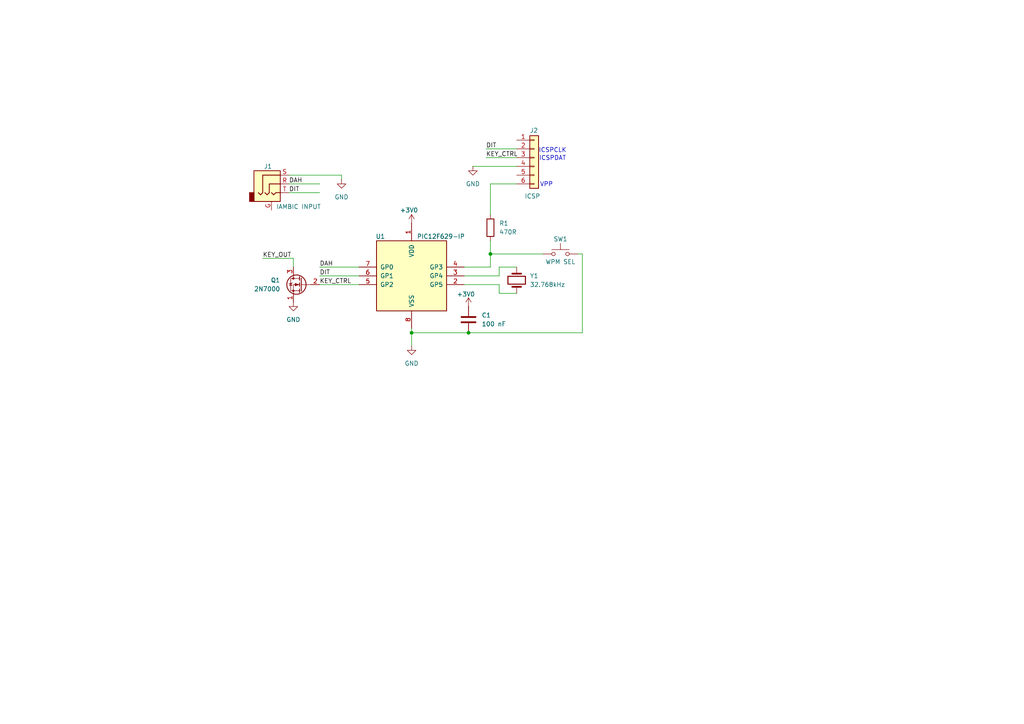
<source format=kicad_sch>
(kicad_sch (version 20231120) (generator "eeschema") (generator_version "8.0")
  (paper "A4")
  (lib_symbols
    (symbol "Connector_Audio:AudioJack3_Ground"
      (property "Reference" "J" (at 0 8.89 0))
      (property "Value" "AudioJack3_Ground" (at 0 6.35 0))
      (symbol "AudioJack3_Ground_0_1"
        (rectangle (start -5.08 -2.54) (end -6.35 -5.08) (stroke (width 0.254)) (fill (type outline)))
        (polyline (pts (xy 0 -2.54) (xy 0.635 -3.175) (xy 1.27 -2.54) (xy 2.54 -2.54)) (stroke (width 0.254)))
        (polyline (pts (xy -1.905 -2.54) (xy -1.27 -3.175) (xy -0.635 -2.54) (xy -0.635 0) (xy 2.54 0)) (stroke (width 0.254)))
        (polyline (pts (xy 2.54 2.54) (xy -2.54 2.54) (xy -2.54 -2.54) (xy -3.175 -3.175) (xy -3.81 -2.54)) (stroke (width 0.254)))
        (rectangle (start 2.54 3.81) (end -5.08 -5.08) (stroke (width 0.254)) (fill (type background)))
      )
      (symbol "AudioJack3_Ground_1_1"
        (pin passive line (at 0 -7.62 90) (length 2.54) (name "~") (number "G"))
        (pin passive line (at 5.08 0 180) (length 2.54) (name "~") (number "R"))
        (pin passive line (at 5.08 2.54 180) (length 2.54) (name "~") (number "S"))
        (pin passive line (at 5.08 -2.54 180) (length 2.54) (name "~") (number "T"))
      )
    )
    (symbol "Connector_Generic:Conn_01x06" (pin_names (offset 1.016) hide)
      (property "Reference" "J" (at 0 7.62 0))
      (property "Value" "Conn_01x06" (at 0 -10.16 0))
      (symbol "Conn_01x06_1_1"
        (rectangle (start -1.27 -7.493) (end 0 -7.747) (stroke (width 0.1524)))
        (rectangle (start -1.27 -4.953) (end 0 -5.207) (stroke (width 0.1524)))
        (rectangle (start -1.27 -2.413) (end 0 -2.667) (stroke (width 0.1524)))
        (rectangle (start -1.27 0.127) (end 0 -0.127) (stroke (width 0.1524)))
        (rectangle (start -1.27 2.667) (end 0 2.413) (stroke (width 0.1524)))
        (rectangle (start -1.27 5.207) (end 0 4.953) (stroke (width 0.1524)))
        (rectangle (start -1.27 6.35) (end 1.27 -8.89) (stroke (width 0.254)) (fill (type background)))
        (pin passive line (at -5.08 5.08 0) (length 3.81) (name "Pin_1") (number "1"))
        (pin passive line (at -5.08 2.54 0) (length 3.81) (name "Pin_2") (number "2"))
        (pin passive line (at -5.08 0 0) (length 3.81) (name "Pin_3") (number "3"))
        (pin passive line (at -5.08 -2.54 0) (length 3.81) (name "Pin_4") (number "4"))
        (pin passive line (at -5.08 -5.08 0) (length 3.81) (name "Pin_5") (number "5"))
        (pin passive line (at -5.08 -7.62 0) (length 3.81) (name "Pin_6") (number "6"))
      )
    )
    (symbol "Device:C" (pin_numbers hide) (pin_names (offset 0.254))
      (property "Reference" "C" (at 0.635 2.54 0))
      (property "Value" "C" (at 0.635 -2.54 0))
      (symbol "C_0_1"
        (polyline (pts (xy -2.032 -0.762) (xy 2.032 -0.762)) (stroke (width 0.508)))
        (polyline (pts (xy -2.032 0.762) (xy 2.032 0.762)) (stroke (width 0.508)))
      )
      (symbol "C_1_1"
        (pin passive line (at 0 3.81 270) (length 2.794) (name "~") (number "1"))
        (pin passive line (at 0 -3.81 90) (length 2.794) (name "~") (number "2"))
      )
    )
    (symbol "Device:Crystal" (pin_numbers hide) (pin_names (offset 1.016) hide)
      (property "Reference" "Y" (at 0 3.81 0))
      (property "Value" "Crystal" (at 0 -3.81 0))
      (symbol "Crystal_0_1"
        (rectangle (start -1.143 2.54) (end 1.143 -2.54) (stroke (width 0.3048)))
        (polyline (pts (xy -2.54 0) (xy -1.905 0)))
        (polyline (pts (xy -1.905 -1.27) (xy -1.905 1.27)) (stroke (width 0.508)))
        (polyline (pts (xy 1.905 -1.27) (xy 1.905 1.27)) (stroke (width 0.508)))
        (polyline (pts (xy 2.54 0) (xy 1.905 0)))
      )
      (symbol "Crystal_1_1"
        (pin passive line (at -3.81 0 0) (length 1.27) (name "1") (number "1"))
        (pin passive line (at 3.81 0 180) (length 1.27) (name "2") (number "2"))
      )
    )
    (symbol "Device:R" (pin_numbers hide) (pin_names (offset 0))
      (property "Reference" "R" (at 2.032 0 90))
      (property "Value" "R" (at 0 0 90))
      (symbol "R_0_1"
        (rectangle (start -1.016 -2.54) (end 1.016 2.54) (stroke (width 0.254)))
      )
      (symbol "R_1_1"
        (pin passive line (at 0 3.81 270) (length 1.27) (name "~") (number "1"))
        (pin passive line (at 0 -3.81 90) (length 1.27) (name "~") (number "2"))
      )
    )
    (symbol "MCU_Microchip_PIC12:PIC12F629-IP" (pin_names (offset 1.016))
      (property "Reference" "U" (at 1.27 13.97 0))
      (property "Value" "PIC12F629-IP" (at 1.27 11.43 0))
      (symbol "PIC12F629-IP_0_1"
        (rectangle (start 10.16 -10.16) (end -10.16 10.16) (stroke (width 0.254)) (fill (type background)))
      )
      (symbol "PIC12F629-IP_1_1"
        (pin power_in line (at 0 15.24 270) (length 5.08) (name "VDD") (number "1"))
        (pin bidirectional line (at 15.24 -2.54 180) (length 5.08) (name "GP5") (number "2"))
        (pin bidirectional line (at 15.24 0 180) (length 5.08) (name "GP4") (number "3"))
        (pin input line (at 15.24 2.54 180) (length 5.08) (name "GP3") (number "4"))
        (pin bidirectional line (at -15.24 -2.54 0) (length 5.08) (name "GP2") (number "5"))
        (pin bidirectional line (at -15.24 0 0) (length 5.08) (name "GP1") (number "6"))
        (pin bidirectional line (at -15.24 2.54 0) (length 5.08) (name "GP0") (number "7"))
        (pin power_in line (at 0 -15.24 90) (length 5.08) (name "VSS") (number "8"))
      )
    )
    (symbol "Switch:SW_Push" (pin_numbers hide) (pin_names (offset 1.016) hide)
      (property "Reference" "SW" (at 1.27 2.54 0))
      (property "Value" "SW_Push" (at 0 -1.524 0))
      (symbol "SW_Push_0_1"
        (circle (center -2.032 0) (radius 0.508))
        (polyline (pts (xy 0 1.27) (xy 0 3.048)))
        (polyline (pts (xy 2.54 1.27) (xy -2.54 1.27)))
        (circle (center 2.032 0) (radius 0.508))
        (pin passive line (at -5.08 0 0) (length 2.54) (name "1") (number "1"))
        (pin passive line (at 5.08 0 180) (length 2.54) (name "2") (number "2"))
      )
    )
    (symbol "Transistor_FET:2N7000" (pin_names hide)
      (property "Reference" "Q" (at 5.08 1.905 0))
      (property "Value" "2N7000" (at 5.08 0 0))
      (symbol "2N7000_0_1"
        (polyline (pts (xy 0.254 0) (xy -2.54 0)))
        (polyline (pts (xy 0.254 1.905) (xy 0.254 -1.905)) (stroke (width 0.254)))
        (polyline (pts (xy 0.762 -1.27) (xy 0.762 -2.286)) (stroke (width 0.254)))
        (polyline (pts (xy 0.762 0.508) (xy 0.762 -0.508)) (stroke (width 0.254)))
        (polyline (pts (xy 0.762 2.286) (xy 0.762 1.27)) (stroke (width 0.254)))
        (polyline (pts (xy 2.54 2.54) (xy 2.54 1.778)))
        (polyline (pts (xy 2.54 -2.54) (xy 2.54 0) (xy 0.762 0)))
        (polyline (pts (xy 0.762 -1.778) (xy 3.302 -1.778) (xy 3.302 1.778) (xy 0.762 1.778)))
        (polyline (pts (xy 1.016 0) (xy 2.032 0.381) (xy 2.032 -0.381) (xy 1.016 0)) (fill (type outline)))
        (polyline (pts (xy 2.794 0.508) (xy 2.921 0.381) (xy 3.683 0.381) (xy 3.81 0.254)))
        (polyline (pts (xy 3.302 0.381) (xy 2.921 -0.254) (xy 3.683 -0.254) (xy 3.302 0.381)))
        (circle (center 1.651 0) (radius 2.794) (stroke (width 0.254)))
        (circle (center 2.54 -1.778) (radius 0.254) (fill (type outline)))
        (circle (center 2.54 1.778) (radius 0.254) (fill (type outline)))
      )
      (symbol "2N7000_1_1"
        (pin passive line (at 2.54 -5.08 90) (length 2.54) (name "S") (number "1"))
        (pin input line (at -5.08 0 0) (length 2.54) (name "G") (number "2"))
        (pin passive line (at 2.54 5.08 270) (length 2.54) (name "D") (number "3"))
      )
    )
    (symbol "power:+3V0" (power) (pin_numbers hide) (pin_names (offset 0) hide)
      (property "Value" "+3V0" (at 0 3.556 0))
      (symbol "+3V0_0_1"
        (polyline (pts (xy -0.762 1.27) (xy 0 2.54)))
        (polyline (pts (xy 0 0) (xy 0 2.54)))
        (polyline (pts (xy 0 2.54) (xy 0.762 1.27)))
      )
      (symbol "+3V0_1_1"
        (pin power_in line (at 0 0 90) (length 0) (name "~") (number "1"))
      )
    )
    (symbol "power:GND" (power) (pin_numbers hide) (pin_names (offset 0) hide)
      (property "Value" "GND" (at 0 -3.81 0))
      (symbol "GND_0_1"
        (polyline (pts (xy 0 0) (xy 0 -1.27) (xy 1.27 -1.27) (xy 0 -2.54) (xy -1.27 -1.27) (xy 0 -1.27)))
      )
      (symbol "GND_1_1"
        (pin power_in line (at 0 0 270) (length 0) (name "~") (number "1"))
      )
    )
  )
  (junction (at 135.89 96.52))
  (junction (at 142.24 73.66))
  (junction (at 119.38 96.52))
  (wire (pts (xy 85.09 77.47) (xy 85.09 74.93)))
  (wire (pts (xy 137.16 48.26) (xy 149.86 48.26)))
  (wire (pts (xy 167.64 73.66) (xy 168.91 73.66)))
  (wire (pts (xy 119.38 96.52) (xy 119.38 95.25)))
  (wire (pts (xy 134.62 82.55) (xy 144.78 82.55)))
  (wire (pts (xy 144.78 82.55) (xy 144.78 85.09)))
  (wire (pts (xy 142.24 53.34) (xy 142.24 62.23)))
  (wire (pts (xy 119.38 96.52) (xy 135.89 96.52)))
  (wire (pts (xy 99.06 50.8) (xy 99.06 52.07)))
  (wire (pts (xy 142.24 73.66) (xy 142.24 77.47)))
  (wire (pts (xy 144.78 77.47) (xy 149.86 77.47)))
  (wire (pts (xy 134.62 77.47) (xy 142.24 77.47)))
  (wire (pts (xy 92.71 80.01) (xy 104.14 80.01)))
  (wire (pts (xy 76.2 74.93) (xy 85.09 74.93)))
  (wire (pts (xy 119.38 100.33) (xy 119.38 96.52)))
  (wire (pts (xy 83.82 53.34) (xy 92.71 53.34)))
  (wire (pts (xy 92.71 82.55) (xy 104.14 82.55)))
  (wire (pts (xy 134.62 80.01) (xy 144.78 80.01)))
  (wire (pts (xy 83.82 50.8) (xy 99.06 50.8)))
  (wire (pts (xy 149.86 53.34) (xy 142.24 53.34)))
  (wire (pts (xy 144.78 85.09) (xy 149.86 85.09)))
  (wire (pts (xy 168.91 73.66) (xy 168.91 96.52)))
  (wire (pts (xy 92.71 77.47) (xy 104.14 77.47)))
  (wire (pts (xy 142.24 73.66) (xy 157.48 73.66)))
  (wire (pts (xy 140.97 45.72) (xy 149.86 45.72)))
  (wire (pts (xy 83.82 55.88) (xy 92.71 55.88)))
  (wire (pts (xy 168.91 96.52) (xy 135.89 96.52)))
  (wire (pts (xy 142.24 69.85) (xy 142.24 73.66)))
  (wire (pts (xy 140.97 43.18) (xy 149.86 43.18)))
  (wire (pts (xy 144.78 80.01) (xy 144.78 77.47)))
  (text "ICSPCLK" (at 160.274 43.688 0) (effects (font (size 1.27 1.27))))
  (text "ICSPDAT" (at 160.274 45.974 0) (effects (font (size 1.27 1.27))))
  (text "VPP" (at 158.496 53.594 0) (effects (font (size 1.27 1.27))))
  (label "KEY_CTRL" (at 92.71 82.55 0))
  (label "DAH" (at 92.71 77.47 0))
  (label "DIT" (at 140.97 43.18 0))
  (label "KEY_OUT" (at 76.2 74.93 0))
  (label "DIT" (at 83.82 55.88 0))
  (label "KEY_CTRL" (at 140.97 45.72 0))
  (label "DIT" (at 92.71 80.01 0))
  (label "DAH" (at 83.82 53.34 0))
  (symbol (lib_id "Transistor_FET:2N7000") (at 87.63 82.55 0) (mirror y) (unit 1)
    (property "Reference" "Q1" (at 81.28 81.2799 0) (effects (justify left)))
    (property "Value" "2N7000" (at 81.28 83.8199 0) (effects (justify left)))
    (property "Footprint" "Package_TO_SOT_THT:TO-92_Inline" (effects (hide yes)))
    (property "Datasheet" "https://www.vishay.com/docs/70226/70226.pdf" (effects (hide yes)))
    (property "Description" "0.2A Id, 200V Vds, N-Channel MOSFET, 2.6V Logic Level, TO-92" (effects (hide yes)))
  )
  (symbol (lib_id "power:GND") (at 119.38 100.33 0) (unit 1)
    (property "Reference" "#PWR01" (effects (hide yes)))
    (property "Value" "GND" (at 119.38 105.41 0))
    (property "Description" "Power symbol creates a global label with name \"GND\" , ground" (effects (hide yes)))
  )
  (symbol (lib_id "Connector_Generic:Conn_01x06") (at 154.94 45.72 0) (unit 1)
    (property "Reference" "J2" (at 153.67 37.846 0) (effects (justify left)))
    (property "Value" "ICSP" (at 152.146 56.896 0) (effects (justify left)))
    (property "Footprint" "Connector_PinHeader_2.54mm:PinHeader_1x06_P2.54mm_Vertical" (effects (hide yes)))
    (property "Description" "Generic connector, single row, 01x06, script generated (kicad-library-utils/schlib/autogen/connector/)" (effects (hide yes)))
  )
  (symbol (lib_id "Device:C") (at 135.89 92.71 0) (unit 1)
    (property "Reference" "C1" (at 139.7 91.4399 0) (effects (justify left)))
    (property "Value" "100 nF" (at 139.7 93.9799 0) (effects (justify left)))
    (property "Description" "Unpolarized capacitor" (effects (hide yes)))
  )
  (symbol (lib_id "power:+3V0") (at 119.38 64.77 0) (unit 1)
    (property "Reference" "#PWR04" (effects (hide yes)))
    (property "Value" "+3V0" (at 118.618 60.96 0))
    (property "Description" "Power symbol creates a global label with name \"+3V0\"" (effects (hide yes)))
  )
  (symbol (lib_id "Connector_Audio:AudioJack3_Ground") (at 78.74 53.34 0) (unit 1)
    (property "Reference" "J1" (at 77.724 48.26 0))
    (property "Value" "IAMBIC INPUT" (at 86.614 59.944 0))
    (property "Description" "Audio Jack, 3 Poles (Stereo / TRS), Grounded Sleeve" (effects (hide yes)))
  )
  (symbol (lib_id "power:+3V0") (at 135.89 88.9 0) (unit 1)
    (property "Reference" "#PWR06" (effects (hide yes)))
    (property "Value" "+3V0" (at 135.128 85.344 0))
    (property "Description" "Power symbol creates a global label with name \"+3V0\"" (effects (hide yes)))
  )
  (symbol (lib_id "Device:R") (at 142.24 66.04 0) (unit 1)
    (property "Reference" "R1" (at 144.78 64.7699 0) (effects (justify left)))
    (property "Value" "470R" (at 144.78 67.3099 0) (effects (justify left)))
    (property "Description" "Resistor" (effects (hide yes)))
  )
  (symbol (lib_id "power:GND") (at 85.09 87.63 0) (mirror y) (unit 1)
    (property "Reference" "#PWR02" (effects (hide yes)))
    (property "Value" "GND" (at 85.09 92.71 0))
    (property "Description" "Power symbol creates a global label with name \"GND\" , ground" (effects (hide yes)))
  )
  (symbol (lib_id "power:GND") (at 99.06 52.07 0) (unit 1)
    (property "Reference" "#PWR03" (effects (hide yes)))
    (property "Value" "GND" (at 99.06 57.15 0))
    (property "Description" "Power symbol creates a global label with name \"GND\" , ground" (effects (hide yes)))
  )
  (symbol (lib_id "power:GND") (at 137.16 48.26 0) (unit 1)
    (property "Reference" "#PWR05" (effects (hide yes)))
    (property "Value" "GND" (at 137.16 53.34 0))
    (property "Description" "Power symbol creates a global label with name \"GND\" , ground" (effects (hide yes)))
  )
  (symbol (lib_id "MCU_Microchip_PIC12:PIC12F629-IP") (at 119.38 80.01 0) (unit 1)
    (property "Reference" "U1" (at 108.966 68.58 0) (effects (justify left)))
    (property "Value" "PIC12F629-IP" (at 120.904 68.58 0) (effects (justify left)))
    (property "Footprint" "Package_DIP:DIP-8_W7.62mm" (effects (hide yes)))
    (property "Datasheet" "http://ww1.microchip.com/downloads/en/DeviceDoc/41190G.pdf" (effects (hide yes)))
  )
  (symbol (lib_id "Switch:SW_Push") (at 162.56 73.66 0) (unit 1)
    (property "Reference" "SW1" (at 162.56 69.342 0))
    (property "Value" "WPM SEL" (at 162.56 75.946 0))
    (property "Description" "Push button switch, generic, two pins" (effects (hide yes)))
  )
  (symbol (lib_id "Device:Crystal") (at 149.86 81.28 90) (unit 1)
    (property "Reference" "Y1" (at 153.67 80.01 90) (effects (justify right)))
    (property "Value" "32.768kHz" (at 153.67 82.55 90) (effects (justify right)))
  )
)
</source>
